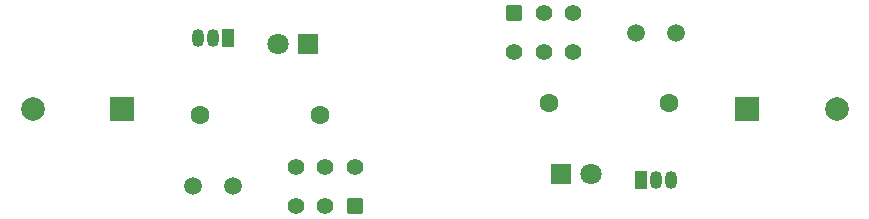
<source format=gbr>
%TF.GenerationSoftware,KiCad,Pcbnew,9.0.3*%
%TF.CreationDate,2025-07-21T22:41:49+05:30*%
%TF.ProjectId,ldr sensor.kicad_pc_boards,6c647220-7365-46e7-936f-722e6b696361,rev?*%
%TF.SameCoordinates,Original*%
%TF.FileFunction,Soldermask,Bot*%
%TF.FilePolarity,Negative*%
%FSLAX46Y46*%
G04 Gerber Fmt 4.6, Leading zero omitted, Abs format (unit mm)*
G04 Created by KiCad (PCBNEW 9.0.3) date 2025-07-21 22:41:49*
%MOMM*%
%LPD*%
G01*
G04 APERTURE LIST*
G04 Aperture macros list*
%AMRoundRect*
0 Rectangle with rounded corners*
0 $1 Rounding radius*
0 $2 $3 $4 $5 $6 $7 $8 $9 X,Y pos of 4 corners*
0 Add a 4 corners polygon primitive as box body*
4,1,4,$2,$3,$4,$5,$6,$7,$8,$9,$2,$3,0*
0 Add four circle primitives for the rounded corners*
1,1,$1+$1,$2,$3*
1,1,$1+$1,$4,$5*
1,1,$1+$1,$6,$7*
1,1,$1+$1,$8,$9*
0 Add four rect primitives between the rounded corners*
20,1,$1+$1,$2,$3,$4,$5,0*
20,1,$1+$1,$4,$5,$6,$7,0*
20,1,$1+$1,$6,$7,$8,$9,0*
20,1,$1+$1,$8,$9,$2,$3,0*%
G04 Aperture macros list end*
%ADD10R,1.050000X1.500000*%
%ADD11O,1.050000X1.500000*%
%ADD12C,1.500000*%
%ADD13R,2.000000X2.000000*%
%ADD14C,2.000000*%
%ADD15RoundRect,0.250000X0.450000X0.450000X-0.450000X0.450000X-0.450000X-0.450000X0.450000X-0.450000X0*%
%ADD16C,1.400000*%
%ADD17R,1.800000X1.800000*%
%ADD18C,1.800000*%
%ADD19C,1.600000*%
%ADD20RoundRect,0.250000X-0.450000X-0.450000X0.450000X-0.450000X0.450000X0.450000X-0.450000X0.450000X0*%
G04 APERTURE END LIST*
D10*
%TO.C,Q1*%
X123770000Y-84000000D03*
D11*
X122500000Y-84000000D03*
X121230000Y-84000000D03*
%TD*%
D12*
%TO.C,R2*%
X124200000Y-96500000D03*
X120800000Y-96500000D03*
%TD*%
D13*
%TO.C,BZ1*%
X114800000Y-90000000D03*
D14*
X107200000Y-90000000D03*
%TD*%
D15*
%TO.C,SW1*%
X134500000Y-98142500D03*
D16*
X132000000Y-98142500D03*
X129500000Y-98142500D03*
X129500000Y-94842500D03*
X132000000Y-94842500D03*
X134500000Y-94842500D03*
%TD*%
D17*
%TO.C,D1*%
X130540000Y-84500000D03*
D18*
X128000000Y-84500000D03*
%TD*%
D19*
%TO.C,R1*%
X131580000Y-90500000D03*
X121420000Y-90500000D03*
%TD*%
D20*
%TO.C,SW1*%
X148000000Y-81857500D03*
D16*
X150500000Y-81857500D03*
X153000000Y-81857500D03*
X153000000Y-85157500D03*
X150500000Y-85157500D03*
X148000000Y-85157500D03*
%TD*%
D13*
%TO.C,BZ1*%
X167700000Y-90000000D03*
D14*
X175300000Y-90000000D03*
%TD*%
D12*
%TO.C,R2*%
X158300000Y-83500000D03*
X161700000Y-83500000D03*
%TD*%
D19*
%TO.C,R1*%
X150920000Y-89500000D03*
X161080000Y-89500000D03*
%TD*%
D17*
%TO.C,D1*%
X151960000Y-95500000D03*
D18*
X154500000Y-95500000D03*
%TD*%
D10*
%TO.C,Q1*%
X158730000Y-96000000D03*
D11*
X160000000Y-96000000D03*
X161270000Y-96000000D03*
%TD*%
M02*

</source>
